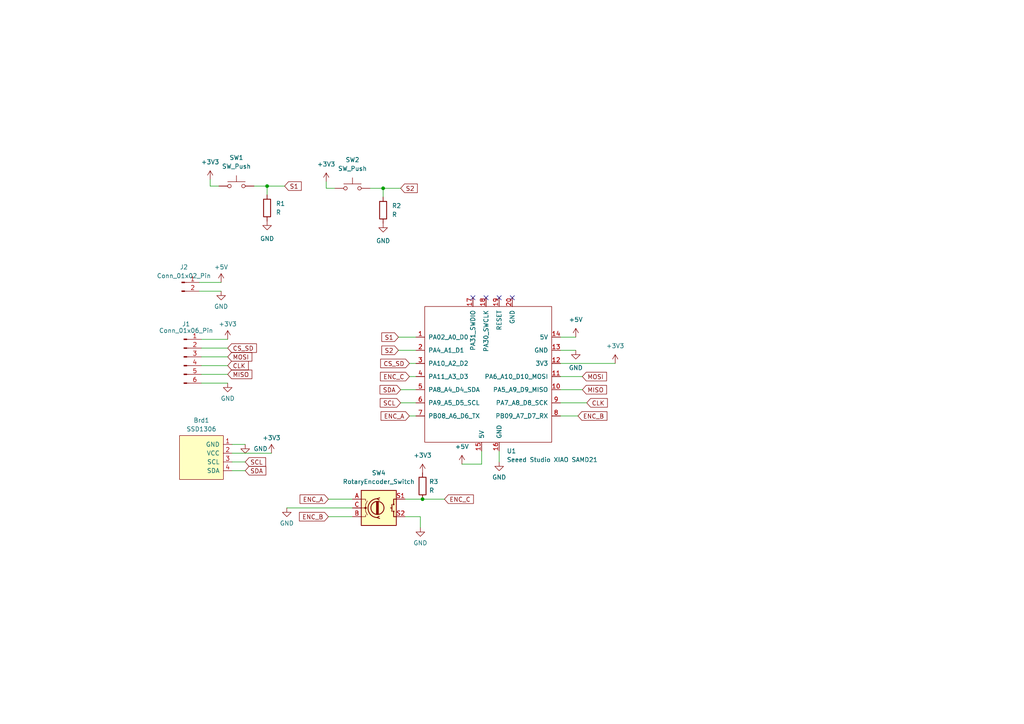
<source format=kicad_sch>
(kicad_sch (version 20230121) (generator eeschema)
  (paper "A4")
  (lib_symbols
    (symbol "Connector:Conn_01x02_Pin" (pin_names (offset 1.016) hide)
      (property "Reference" "J" (at 0 2.54 0))
      (property "Value" "Conn_01x02_Pin" (at 0 -5.08 0))
      (symbol "Conn_01x02_Pin_1_1"
        (polyline (pts (xy 1.27 -2.54) (xy 0.8636 -2.54)) (stroke (width 0.1524)))
        (polyline (pts (xy 1.27 0) (xy 0.8636 0)) (stroke (width 0.1524)))
        (rectangle (start 0.8636 -2.413) (end 0 -2.667) (stroke (width 0.1524)) (fill (type outline)))
        (rectangle (start 0.8636 0.127) (end 0 -0.127) (stroke (width 0.1524)) (fill (type outline)))
        (pin passive line (at 5.08 0 180) (length 3.81) (name "Pin_1") (number "1"))
        (pin passive line (at 5.08 -2.54 180) (length 3.81) (name "Pin_2") (number "2"))
      )
    )
    (symbol "Connector:Conn_01x06_Pin" (pin_names (offset 1.016) hide)
      (property "Reference" "J" (at 0 7.62 0))
      (property "Value" "Conn_01x06_Pin" (at 0 -10.16 0))
      (symbol "Conn_01x06_Pin_1_1"
        (polyline (pts (xy 1.27 -7.62) (xy 0.8636 -7.62)) (stroke (width 0.1524)))
        (polyline (pts (xy 1.27 -5.08) (xy 0.8636 -5.08)) (stroke (width 0.1524)))
        (polyline (pts (xy 1.27 -2.54) (xy 0.8636 -2.54)) (stroke (width 0.1524)))
        (polyline (pts (xy 1.27 0) (xy 0.8636 0)) (stroke (width 0.1524)))
        (polyline (pts (xy 1.27 2.54) (xy 0.8636 2.54)) (stroke (width 0.1524)))
        (polyline (pts (xy 1.27 5.08) (xy 0.8636 5.08)) (stroke (width 0.1524)))
        (rectangle (start 0.8636 -7.493) (end 0 -7.747) (stroke (width 0.1524)) (fill (type outline)))
        (rectangle (start 0.8636 -4.953) (end 0 -5.207) (stroke (width 0.1524)) (fill (type outline)))
        (rectangle (start 0.8636 -2.413) (end 0 -2.667) (stroke (width 0.1524)) (fill (type outline)))
        (rectangle (start 0.8636 0.127) (end 0 -0.127) (stroke (width 0.1524)) (fill (type outline)))
        (rectangle (start 0.8636 2.667) (end 0 2.413) (stroke (width 0.1524)) (fill (type outline)))
        (rectangle (start 0.8636 5.207) (end 0 4.953) (stroke (width 0.1524)) (fill (type outline)))
        (pin passive line (at 5.08 5.08 180) (length 3.81) (name "Pin_1") (number "1"))
        (pin passive line (at 5.08 2.54 180) (length 3.81) (name "Pin_2") (number "2"))
        (pin passive line (at 5.08 0 180) (length 3.81) (name "Pin_3") (number "3"))
        (pin passive line (at 5.08 -2.54 180) (length 3.81) (name "Pin_4") (number "4"))
        (pin passive line (at 5.08 -5.08 180) (length 3.81) (name "Pin_5") (number "5"))
        (pin passive line (at 5.08 -7.62 180) (length 3.81) (name "Pin_6") (number "6"))
      )
    )
    (symbol "Device:R" (pin_numbers hide) (pin_names (offset 0))
      (property "Reference" "R" (at 2.032 0 90))
      (property "Value" "R" (at 0 0 90))
      (symbol "R_0_1"
        (rectangle (start -1.016 -2.54) (end 1.016 2.54) (stroke (width 0.254)))
      )
      (symbol "R_1_1"
        (pin passive line (at 0 3.81 270) (length 1.27) (name "~") (number "1"))
        (pin passive line (at 0 -3.81 90) (length 1.27) (name "~") (number "2"))
      )
    )
    (symbol "Device:RotaryEncoder_Switch" (pin_names (offset 0.254) hide)
      (property "Reference" "SW" (at 0 6.604 0))
      (property "Value" "RotaryEncoder_Switch" (at 0 -6.604 0))
      (symbol "RotaryEncoder_Switch_0_1"
        (rectangle (start -5.08 5.08) (end 5.08 -5.08) (stroke (width 0.254)) (fill (type background)))
        (circle (center -3.81 0) (radius 0.254) (fill (type outline)))
        (circle (center -0.381 0) (radius 1.905) (stroke (width 0.254)))
        (arc (start -0.381 2.667) (mid -3.0988 -0.0635) (end -0.381 -2.794) (stroke (width 0.254)))
        (polyline (pts (xy -0.635 -1.778) (xy -0.635 1.778)) (stroke (width 0.254)))
        (polyline (pts (xy -0.381 -1.778) (xy -0.381 1.778)) (stroke (width 0.254)))
        (polyline (pts (xy -0.127 1.778) (xy -0.127 -1.778)) (stroke (width 0.254)))
        (polyline (pts (xy 3.81 0) (xy 3.429 0)) (stroke (width 0.254)))
        (polyline (pts (xy 3.81 1.016) (xy 3.81 -1.016)) (stroke (width 0.254)))
        (polyline (pts (xy -5.08 -2.54) (xy -3.81 -2.54) (xy -3.81 -2.032)))
        (polyline (pts (xy -5.08 2.54) (xy -3.81 2.54) (xy -3.81 2.032)))
        (polyline (pts (xy 0.254 -3.048) (xy -0.508 -2.794) (xy 0.127 -2.413)) (stroke (width 0.254)))
        (polyline (pts (xy 0.254 2.921) (xy -0.508 2.667) (xy 0.127 2.286)) (stroke (width 0.254)))
        (polyline (pts (xy 5.08 -2.54) (xy 4.318 -2.54) (xy 4.318 -1.016)) (stroke (width 0.254)))
        (polyline (pts (xy 5.08 2.54) (xy 4.318 2.54) (xy 4.318 1.016)) (stroke (width 0.254)))
        (polyline (pts (xy -5.08 0) (xy -3.81 0) (xy -3.81 -1.016) (xy -3.302 -2.032)))
        (polyline (pts (xy -4.318 0) (xy -3.81 0) (xy -3.81 1.016) (xy -3.302 2.032)))
        (circle (center 4.318 -1.016) (radius 0.127) (stroke (width 0.254)))
        (circle (center 4.318 1.016) (radius 0.127) (stroke (width 0.254)))
      )
      (symbol "RotaryEncoder_Switch_1_1"
        (pin passive line (at -7.62 2.54 0) (length 2.54) (name "A") (number "A"))
        (pin passive line (at -7.62 -2.54 0) (length 2.54) (name "B") (number "B"))
        (pin passive line (at -7.62 0 0) (length 2.54) (name "C") (number "C"))
        (pin passive line (at 7.62 2.54 180) (length 2.54) (name "S1") (number "S1"))
        (pin passive line (at 7.62 -2.54 180) (length 2.54) (name "S2") (number "S2"))
      )
    )
    (symbol "Display_Graphic:SSD1306" (pin_names (offset 1.016))
      (property "Reference" "Brd" (at 0 -3.81 0))
      (property "Value" "SSD1306" (at 0 -1.27 0))
      (symbol "SSD1306_0_1"
        (rectangle (start -6.35 6.35) (end 6.35 -6.35) (fill (type background)))
      )
      (symbol "SSD1306_1_1"
        (pin input line (at -3.81 8.89 270) (length 2.54) (name "GND") (number "1"))
        (pin input line (at -1.27 8.89 270) (length 2.54) (name "VCC") (number "2"))
        (pin input line (at 1.27 8.89 270) (length 2.54) (name "SCL") (number "3"))
        (pin input line (at 3.81 8.89 270) (length 2.54) (name "SDA") (number "4"))
      )
    )
    (symbol "MCU_Module:Seeed Studio XIAO SAMD21" (pin_names (offset 1.016))
      (property "Reference" "U" (at -19.05 22.86 0))
      (property "Value" "Seeed Studio XIAO SAMD21" (at -12.7 21.59 0))
      (symbol "Seeed Studio XIAO SAMD21_0_1"
        (rectangle (start -19.05 20.32) (end 17.78 -19.05))
      )
      (symbol "Seeed Studio XIAO SAMD21_1_1"
        (pin unspecified line (at -21.59 11.43 0) (length 2.54) (name "PA02_A0_D0") (number "1"))
        (pin unspecified line (at 20.32 -3.81 180) (length 2.54) (name "PA5_A9_D9_MISO") (number "10"))
        (pin unspecified line (at 20.32 0 180) (length 2.54) (name "PA6_A10_D10_MOSI") (number "11"))
        (pin unspecified line (at 20.32 3.81 180) (length 2.54) (name "3V3") (number "12"))
        (pin unspecified line (at 20.32 7.62 180) (length 2.54) (name "GND") (number "13"))
        (pin unspecified line (at 20.32 11.43 180) (length 2.54) (name "5V") (number "14"))
        (pin input line (at -2.54 -21.59 90) (length 2.54) (name "5V") (number "15"))
        (pin input line (at 2.54 -21.59 90) (length 2.54) (name "GND") (number "16"))
        (pin input line (at -5.08 22.86 270) (length 2.54) (name "PA31_SWDIO") (number "17"))
        (pin input line (at -1.27 22.86 270) (length 2.54) (name "PA30_SWCLK") (number "18"))
        (pin input line (at 2.54 22.86 270) (length 2.54) (name "RESET") (number "19"))
        (pin unspecified line (at -21.59 7.62 0) (length 2.54) (name "PA4_A1_D1") (number "2"))
        (pin input line (at 6.35 22.86 270) (length 2.54) (name "GND") (number "20"))
        (pin unspecified line (at -21.59 3.81 0) (length 2.54) (name "PA10_A2_D2") (number "3"))
        (pin unspecified line (at -21.59 0 0) (length 2.54) (name "PA11_A3_D3") (number "4"))
        (pin unspecified line (at -21.59 -3.81 0) (length 2.54) (name "PA8_A4_D4_SDA") (number "5"))
        (pin unspecified line (at -21.59 -7.62 0) (length 2.54) (name "PA9_A5_D5_SCL") (number "6"))
        (pin unspecified line (at -21.59 -11.43 0) (length 2.54) (name "PB08_A6_D6_TX") (number "7"))
        (pin unspecified line (at 20.32 -11.43 180) (length 2.54) (name "PB09_A7_D7_RX") (number "8"))
        (pin unspecified line (at 20.32 -7.62 180) (length 2.54) (name "PA7_A8_D8_SCK") (number "9"))
      )
    )
    (symbol "Switch:SW_Push" (pin_numbers hide) (pin_names (offset 1.016) hide)
      (property "Reference" "SW" (at 1.27 2.54 0))
      (property "Value" "SW_Push" (at 0 -1.524 0))
      (symbol "SW_Push_0_1"
        (circle (center -2.032 0) (radius 0.508))
        (polyline (pts (xy 0 1.27) (xy 0 3.048)))
        (polyline (pts (xy 2.54 1.27) (xy -2.54 1.27)))
        (circle (center 2.032 0) (radius 0.508))
        (pin passive line (at -5.08 0 0) (length 2.54) (name "1") (number "1"))
        (pin passive line (at 5.08 0 180) (length 2.54) (name "2") (number "2"))
      )
    )
    (symbol "power:+3V3" (power) (pin_names (offset 0))
      (property "Value" "+3V3" (at 0 3.556 0))
      (symbol "+3V3_0_1"
        (polyline (pts (xy -0.762 1.27) (xy 0 2.54)))
        (polyline (pts (xy 0 0) (xy 0 2.54)))
        (polyline (pts (xy 0 2.54) (xy 0.762 1.27)))
      )
      (symbol "+3V3_1_1"
        (pin power_in line (at 0 0 90) (length 0) hide (name "+3V3") (number "1"))
      )
    )
    (symbol "power:+5V" (power) (pin_names (offset 0))
      (property "Value" "+5V" (at 0 3.556 0))
      (symbol "+5V_0_1"
        (polyline (pts (xy -0.762 1.27) (xy 0 2.54)))
        (polyline (pts (xy 0 0) (xy 0 2.54)))
        (polyline (pts (xy 0 2.54) (xy 0.762 1.27)))
      )
      (symbol "+5V_1_1"
        (pin power_in line (at 0 0 90) (length 0) hide (name "+5V") (number "1"))
      )
    )
    (symbol "power:GND" (power) (pin_names (offset 0))
      (property "Value" "GND" (at 0 -3.81 0))
      (symbol "GND_0_1"
        (polyline (pts (xy 0 0) (xy 0 -1.27) (xy 1.27 -1.27) (xy 0 -2.54) (xy -1.27 -1.27) (xy 0 -1.27)))
      )
      (symbol "GND_1_1"
        (pin power_in line (at 0 0 270) (length 0) hide (name "GND") (number "1"))
      )
    )
  )
  (junction (at 111.125 54.61))
  (junction (at 122.555 144.78))
  (junction (at 77.47 53.975))
  (no_connect (at 137.16 86.36))
  (no_connect (at 148.59 86.36))
  (no_connect (at 140.97 86.36))
  (no_connect (at 144.78 86.36))
  (wire (pts (xy 60.96 52.07) (xy 60.96 53.975)))
  (wire (pts (xy 144.78 130.81) (xy 144.78 133.985)))
  (wire (pts (xy 122.555 144.78) (xy 128.905 144.78)))
  (wire (pts (xy 94.615 54.61) (xy 97.155 54.61)))
  (wire (pts (xy 58.42 103.505) (xy 66.04 103.505)))
  (wire (pts (xy 67.31 133.985) (xy 71.12 133.985)))
  (wire (pts (xy 117.475 149.86) (xy 121.92 149.86)))
  (wire (pts (xy 58.42 111.125) (xy 66.04 111.125)))
  (wire (pts (xy 77.47 53.975) (xy 82.55 53.975)))
  (wire (pts (xy 95.25 149.86) (xy 102.235 149.86)))
  (wire (pts (xy 95.25 144.78) (xy 102.235 144.78)))
  (wire (pts (xy 111.125 54.61) (xy 116.205 54.61)))
  (wire (pts (xy 121.92 149.86) (xy 121.92 153.035)))
  (wire (pts (xy 67.31 128.905) (xy 71.12 128.905)))
  (wire (pts (xy 162.56 97.79) (xy 167.005 97.79)))
  (wire (pts (xy 162.56 116.84) (xy 170.18 116.84)))
  (wire (pts (xy 58.42 108.585) (xy 66.04 108.585)))
  (wire (pts (xy 116.205 113.03) (xy 120.65 113.03)))
  (wire (pts (xy 107.315 54.61) (xy 111.125 54.61)))
  (wire (pts (xy 139.7 134.62) (xy 133.985 134.62)))
  (wire (pts (xy 162.56 105.41) (xy 178.435 105.41)))
  (wire (pts (xy 115.57 101.6) (xy 120.65 101.6)))
  (wire (pts (xy 58.42 106.045) (xy 66.04 106.045)))
  (wire (pts (xy 67.31 136.525) (xy 71.12 136.525)))
  (wire (pts (xy 58.42 98.425) (xy 66.04 98.425)))
  (wire (pts (xy 57.785 81.915) (xy 64.135 81.915)))
  (wire (pts (xy 60.96 53.975) (xy 63.5 53.975)))
  (wire (pts (xy 67.31 131.445) (xy 78.74 131.445)))
  (wire (pts (xy 118.745 109.22) (xy 120.65 109.22)))
  (wire (pts (xy 162.56 120.65) (xy 167.64 120.65)))
  (wire (pts (xy 94.615 52.705) (xy 94.615 54.61)))
  (wire (pts (xy 58.42 100.965) (xy 66.04 100.965)))
  (wire (pts (xy 115.57 97.79) (xy 120.65 97.79)))
  (wire (pts (xy 162.56 101.6) (xy 167.005 101.6)))
  (wire (pts (xy 139.7 130.81) (xy 139.7 134.62)))
  (wire (pts (xy 118.745 105.41) (xy 120.65 105.41)))
  (wire (pts (xy 57.785 84.455) (xy 64.135 84.455)))
  (wire (pts (xy 116.205 116.84) (xy 120.65 116.84)))
  (wire (pts (xy 118.745 120.65) (xy 120.65 120.65)))
  (wire (pts (xy 162.56 109.22) (xy 168.91 109.22)))
  (wire (pts (xy 77.47 53.975) (xy 77.47 56.515)))
  (wire (pts (xy 102.235 147.32) (xy 83.185 147.32)))
  (wire (pts (xy 73.66 53.975) (xy 77.47 53.975)))
  (wire (pts (xy 117.475 144.78) (xy 122.555 144.78)))
  (wire (pts (xy 111.125 54.61) (xy 111.125 57.15)))
  (wire (pts (xy 162.56 113.03) (xy 168.91 113.03)))
  (global_label "S1" (shape input) (at 115.57 97.79 180) (property "Intersheetrefs" "${INTERSHEET_REFS}" (effects hide)))
  (global_label "MOSI" (shape input) (at 168.91 109.22 0) (property "Intersheetrefs" "${INTERSHEET_REFS}" (effects hide)))
  (global_label "MOSI" (shape input) (at 66.04 103.505 0) (property "Intersheetrefs" "${INTERSHEET_REFS}" (effects hide)))
  (global_label "ENC_A" (shape input) (at 95.25 144.78 180) (property "Intersheetrefs" "${INTERSHEET_REFS}" (effects hide)))
  (global_label "S2" (shape input) (at 116.205 54.61 0) (property "Intersheetrefs" "${INTERSHEET_REFS}" (effects hide)))
  (global_label "ENC_C" (shape input) (at 118.745 109.22 180) (property "Intersheetrefs" "${INTERSHEET_REFS}" (effects hide)))
  (global_label "ENC_B" (shape input) (at 95.25 149.86 180) (property "Intersheetrefs" "${INTERSHEET_REFS}" (effects hide)))
  (global_label "SDA" (shape input) (at 116.205 113.03 180) (property "Intersheetrefs" "${INTERSHEET_REFS}" (effects hide)))
  (global_label "MISO" (shape input) (at 66.04 108.585 0) (property "Intersheetrefs" "${INTERSHEET_REFS}" (effects hide)))
  (global_label "CLK" (shape input) (at 66.04 106.045 0) (property "Intersheetrefs" "${INTERSHEET_REFS}" (effects hide)))
  (global_label "CLK" (shape input) (at 170.18 116.84 0) (property "Intersheetrefs" "${INTERSHEET_REFS}" (effects hide)))
  (global_label "S2" (shape input) (at 115.57 101.6 180) (property "Intersheetrefs" "${INTERSHEET_REFS}" (effects hide)))
  (global_label "MISO" (shape input) (at 168.91 113.03 0) (property "Intersheetrefs" "${INTERSHEET_REFS}" (effects hide)))
  (global_label "CS_SD" (shape input) (at 66.04 100.965 0) (property "Intersheetrefs" "${INTERSHEET_REFS}" (effects hide)))
  (global_label "CS_SD" (shape input) (at 118.745 105.41 180) (property "Intersheetrefs" "${INTERSHEET_REFS}" (effects hide)))
  (global_label "SCL" (shape input) (at 116.205 116.84 180) (property "Intersheetrefs" "${INTERSHEET_REFS}" (effects hide)))
  (global_label "S1" (shape input) (at 82.55 53.975 0) (property "Intersheetrefs" "${INTERSHEET_REFS}" (effects hide)))
  (global_label "SDA" (shape input) (at 71.12 136.525 0) (property "Intersheetrefs" "${INTERSHEET_REFS}" (effects hide)))
  (global_label "ENC_C" (shape input) (at 128.905 144.78 0) (property "Intersheetrefs" "${INTERSHEET_REFS}" (effects hide)))
  (global_label "ENC_B" (shape input) (at 167.64 120.65 0) (property "Intersheetrefs" "${INTERSHEET_REFS}" (effects hide)))
  (global_label "ENC_A" (shape input) (at 118.745 120.65 180) (property "Intersheetrefs" "${INTERSHEET_REFS}" (effects hide)))
  (global_label "SCL" (shape input) (at 71.12 133.985 0) (property "Intersheetrefs" "${INTERSHEET_REFS}" (effects hide)))
  (symbol (lib_id "power:GND") (at 121.92 153.035 0) (unit 1)
    (property "Reference" "#PWR017" (effects hide))
    (property "Value" "GND" (at 121.92 157.48 0))
  )
  (symbol (lib_id "power:GND") (at 83.185 147.32 0) (unit 1)
    (property "Reference" "#PWR016" (effects hide))
    (property "Value" "GND" (at 83.185 151.765 0))
  )
  (symbol (lib_id "power:GND") (at 111.125 64.77 0) (unit 1)
    (property "Reference" "#PWR013" (effects hide))
    (property "Value" "GND" (at 111.125 69.85 0))
  )
  (symbol (lib_id "power:GND") (at 144.78 133.985 0) (unit 1)
    (property "Reference" "#PWR09" (effects hide))
    (property "Value" "GND" (at 144.78 138.43 0))
  )
  (symbol (lib_id "power:GND") (at 77.47 64.135 0) (unit 1)
    (property "Reference" "#PWR011" (effects hide))
    (property "Value" "GND" (at 77.47 69.215 0))
  )
  (symbol (lib_id "power:GND") (at 64.135 84.455 0) (unit 1)
    (property "Reference" "#PWR020" (effects hide))
    (property "Value" "GND" (at 64.135 88.9 0))
  )
  (symbol (lib_id "power:GND") (at 167.005 101.6 0) (unit 1)
    (property "Reference" "#PWR04" (effects hide))
    (property "Value" "GND" (at 167.005 106.68 0))
  )
  (symbol (lib_id "power:+3V3") (at 78.74 131.445 0) (unit 1)
    (property "Reference" "#PWR07" (effects hide))
    (property "Value" "+3V3" (at 78.74 127 0))
  )
  (symbol (lib_id "power:GND") (at 71.12 128.905 0) (unit 1)
    (property "Reference" "#PWR06" (effects hide))
    (property "Value" "GND" (at 75.565 130.175 0))
  )
  (symbol (lib_id "Connector:Conn_01x06_Pin") (at 53.34 103.505 0) (unit 1)
    (property "Reference" "J1" (at 53.975 93.98 0))
    (property "Value" "Conn_01x06_Pin" (at 53.975 95.885 0))
    (property "Footprint" "Connector_PinHeader_2.54mm:PinHeader_1x06_P2.54mm_Vertical" (effects hide))
  )
  (symbol (lib_id "power:+5V") (at 64.135 81.915 0) (unit 1)
    (property "Reference" "#PWR019" (effects hide))
    (property "Value" "+5V" (at 64.135 77.47 0))
  )
  (symbol (lib_id "power:GND") (at 66.04 111.125 0) (unit 1)
    (property "Reference" "#PWR02" (effects hide))
    (property "Value" "GND" (at 66.04 115.57 0))
  )
  (symbol (lib_id "Device:RotaryEncoder_Switch") (at 109.855 147.32 0) (unit 1)
    (property "Reference" "SW4" (at 109.855 137.16 0))
    (property "Value" "RotaryEncoder_Switch" (at 109.855 139.7 0))
    (property "Footprint" "Rotary_Encoder:RotaryEncoder_Alps_EC11E-Switch_Vertical_H20mm" (effects hide))
  )
  (symbol (lib_id "Switch:SW_Push") (at 68.58 53.975 0) (unit 1)
    (property "Reference" "SW1" (at 68.58 45.72 0))
    (property "Value" "SW_Push" (at 68.58 48.26 0))
    (property "Footprint" "Button_Switch_Keyboard:SW_Cherry_MX_1.00u_PCB" (effects hide))
  )
  (symbol (lib_id "power:+5V") (at 133.985 134.62 0) (unit 1)
    (property "Reference" "#PWR010" (effects hide))
    (property "Value" "+5V" (at 133.985 129.54 0))
  )
  (symbol (lib_id "power:+5V") (at 167.005 97.79 0) (unit 1)
    (property "Reference" "#PWR05" (effects hide))
    (property "Value" "+5V" (at 167.005 92.71 0))
  )
  (symbol (lib_id "power:+3V3") (at 178.435 105.41 0) (unit 1)
    (property "Reference" "#PWR03" (effects hide))
    (property "Value" "+3V3" (at 178.435 100.33 0))
  )
  (symbol (lib_id "MCU_Module:Seeed Studio XIAO SAMD21") (at 142.24 109.22 0) (unit 1)
    (property "Reference" "U1" (at 146.9741 130.81 0) (effects (justify left)))
    (property "Value" "Seeed Studio XIAO SAMD21" (at 146.9741 133.35 0) (effects (justify left)))
    (property "Footprint" "RF:XIAO-SAMD21-RP2040-14P-2.54-21X17.8MM (Seeeduino XIAO)" (effects hide))
  )
  (symbol (lib_id "Switch:SW_Push") (at 102.235 54.61 0) (unit 1)
    (property "Reference" "SW2" (at 102.235 46.355 0))
    (property "Value" "SW_Push" (at 102.235 48.895 0))
    (property "Footprint" "Button_Switch_Keyboard:SW_Cherry_MX_1.00u_PCB" (effects hide))
  )
  (symbol (lib_id "power:+3V3") (at 122.555 137.16 0) (unit 1)
    (property "Reference" "#PWR014" (effects hide))
    (property "Value" "+3V3" (at 122.555 132.08 0))
  )
  (symbol (lib_id "power:+3V3") (at 60.96 52.07 0) (unit 1)
    (property "Reference" "#PWR08" (effects hide))
    (property "Value" "+3V3" (at 60.96 46.99 0))
  )
  (symbol (lib_id "power:+3V3") (at 66.04 98.425 0) (unit 1)
    (property "Reference" "#PWR01" (effects hide))
    (property "Value" "+3V3" (at 66.04 93.98 0))
  )
  (symbol (lib_id "Display_Graphic:SSD1306") (at 58.42 132.715 270) (unit 1)
    (property "Reference" "Brd1" (at 58.42 121.92 90))
    (property "Value" "SSD1306" (at 58.42 124.46 90))
    (property "Footprint" "Display:SSD1306_128x64" (effects hide))
  )
  (symbol (lib_id "Device:R") (at 111.125 60.96 0) (unit 1)
    (property "Reference" "R2" (at 113.665 59.69 0) (effects (justify left)))
    (property "Value" "R" (at 113.665 62.23 0) (effects (justify left)))
    (property "Footprint" "Resistor_THT:CF14JT4K70" (effects hide))
  )
  (symbol (lib_id "Device:R") (at 122.555 140.97 0) (unit 1)
    (property "Reference" "R3" (at 124.46 139.7 0) (effects (justify left)))
    (property "Value" "R" (at 124.46 142.24 0) (effects (justify left)))
    (property "Footprint" "Resistor_THT:CF14JT4K70" (effects hide))
  )
  (symbol (lib_id "Device:R") (at 77.47 60.325 0) (unit 1)
    (property "Reference" "R1" (at 80.01 59.055 0) (effects (justify left)))
    (property "Value" "R" (at 80.01 61.595 0) (effects (justify left)))
    (property "Footprint" "Resistor_THT:CF14JT4K70" (effects hide))
  )
  (symbol (lib_id "Connector:Conn_01x02_Pin") (at 52.705 81.915 0) (unit 1)
    (property "Reference" "J2" (at 53.34 77.47 0))
    (property "Value" "Conn_01x02_Pin" (at 53.34 80.01 0))
    (property "Footprint" "Connector_PinHeader_2.54mm:PinHeader_1x02_P2.54mm_Vertical" (effects hide))
  )
  (symbol (lib_id "power:+3V3") (at 94.615 52.705 0) (unit 1)
    (property "Reference" "#PWR012" (effects hide))
    (property "Value" "+3V3" (at 94.615 47.625 0))
  )
)
</source>
